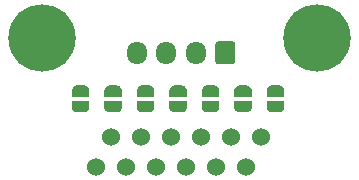
<source format=gbs>
G04 #@! TF.GenerationSoftware,KiCad,Pcbnew,5.1.9+dfsg1-1*
G04 #@! TF.CreationDate,2023-03-08T16:00:21+09:00*
G04 #@! TF.ProjectId,audio-io-breakout-pajeromini,61756469-6f2d-4696-9f2d-627265616b6f,rev?*
G04 #@! TF.SameCoordinates,Original*
G04 #@! TF.FileFunction,Soldermask,Bot*
G04 #@! TF.FilePolarity,Negative*
%FSLAX46Y46*%
G04 Gerber Fmt 4.6, Leading zero omitted, Abs format (unit mm)*
G04 Created by KiCad (PCBNEW 5.1.9+dfsg1-1) date 2023-03-08 16:00:21*
%MOMM*%
%LPD*%
G01*
G04 APERTURE LIST*
%ADD10C,5.700000*%
%ADD11C,1.524000*%
%ADD12C,0.100000*%
%ADD13O,1.700000X1.950000*%
G04 APERTURE END LIST*
D10*
X88750000Y-77500000D03*
X112000000Y-77500000D03*
D11*
X107315000Y-85852000D03*
X104775000Y-85852000D03*
X102235000Y-85852000D03*
X99695000Y-85852000D03*
X97155000Y-85852000D03*
X94615000Y-85852000D03*
X106045000Y-88392000D03*
X103505000Y-88392000D03*
X100965000Y-88392000D03*
X98425000Y-88392000D03*
X95885000Y-88392000D03*
X93345000Y-88392000D03*
D12*
G36*
X102250000Y-82500000D02*
G01*
X102250000Y-82000000D01*
X102250602Y-82000000D01*
X102250602Y-81975466D01*
X102255412Y-81926635D01*
X102264984Y-81878510D01*
X102279228Y-81831555D01*
X102298005Y-81786222D01*
X102321136Y-81742949D01*
X102348396Y-81702150D01*
X102379524Y-81664221D01*
X102414221Y-81629524D01*
X102452150Y-81598396D01*
X102492949Y-81571136D01*
X102536222Y-81548005D01*
X102581555Y-81529228D01*
X102628510Y-81514984D01*
X102676635Y-81505412D01*
X102725466Y-81500602D01*
X102750000Y-81500602D01*
X102750000Y-81500000D01*
X103250000Y-81500000D01*
X103250000Y-81500602D01*
X103274534Y-81500602D01*
X103323365Y-81505412D01*
X103371490Y-81514984D01*
X103418445Y-81529228D01*
X103463778Y-81548005D01*
X103507051Y-81571136D01*
X103547850Y-81598396D01*
X103585779Y-81629524D01*
X103620476Y-81664221D01*
X103651604Y-81702150D01*
X103678864Y-81742949D01*
X103701995Y-81786222D01*
X103720772Y-81831555D01*
X103735016Y-81878510D01*
X103744588Y-81926635D01*
X103749398Y-81975466D01*
X103749398Y-82000000D01*
X103750000Y-82000000D01*
X103750000Y-82500000D01*
X102250000Y-82500000D01*
G37*
G36*
X103749398Y-83300000D02*
G01*
X103749398Y-83324534D01*
X103744588Y-83373365D01*
X103735016Y-83421490D01*
X103720772Y-83468445D01*
X103701995Y-83513778D01*
X103678864Y-83557051D01*
X103651604Y-83597850D01*
X103620476Y-83635779D01*
X103585779Y-83670476D01*
X103547850Y-83701604D01*
X103507051Y-83728864D01*
X103463778Y-83751995D01*
X103418445Y-83770772D01*
X103371490Y-83785016D01*
X103323365Y-83794588D01*
X103274534Y-83799398D01*
X103250000Y-83799398D01*
X103250000Y-83800000D01*
X102750000Y-83800000D01*
X102750000Y-83799398D01*
X102725466Y-83799398D01*
X102676635Y-83794588D01*
X102628510Y-83785016D01*
X102581555Y-83770772D01*
X102536222Y-83751995D01*
X102492949Y-83728864D01*
X102452150Y-83701604D01*
X102414221Y-83670476D01*
X102379524Y-83635779D01*
X102348396Y-83597850D01*
X102321136Y-83557051D01*
X102298005Y-83513778D01*
X102279228Y-83468445D01*
X102264984Y-83421490D01*
X102255412Y-83373365D01*
X102250602Y-83324534D01*
X102250602Y-83300000D01*
X102250000Y-83300000D01*
X102250000Y-82800000D01*
X103750000Y-82800000D01*
X103750000Y-83300000D01*
X103749398Y-83300000D01*
G37*
G36*
X100999398Y-83300000D02*
G01*
X100999398Y-83324534D01*
X100994588Y-83373365D01*
X100985016Y-83421490D01*
X100970772Y-83468445D01*
X100951995Y-83513778D01*
X100928864Y-83557051D01*
X100901604Y-83597850D01*
X100870476Y-83635779D01*
X100835779Y-83670476D01*
X100797850Y-83701604D01*
X100757051Y-83728864D01*
X100713778Y-83751995D01*
X100668445Y-83770772D01*
X100621490Y-83785016D01*
X100573365Y-83794588D01*
X100524534Y-83799398D01*
X100500000Y-83799398D01*
X100500000Y-83800000D01*
X100000000Y-83800000D01*
X100000000Y-83799398D01*
X99975466Y-83799398D01*
X99926635Y-83794588D01*
X99878510Y-83785016D01*
X99831555Y-83770772D01*
X99786222Y-83751995D01*
X99742949Y-83728864D01*
X99702150Y-83701604D01*
X99664221Y-83670476D01*
X99629524Y-83635779D01*
X99598396Y-83597850D01*
X99571136Y-83557051D01*
X99548005Y-83513778D01*
X99529228Y-83468445D01*
X99514984Y-83421490D01*
X99505412Y-83373365D01*
X99500602Y-83324534D01*
X99500602Y-83300000D01*
X99500000Y-83300000D01*
X99500000Y-82800000D01*
X101000000Y-82800000D01*
X101000000Y-83300000D01*
X100999398Y-83300000D01*
G37*
G36*
X99500000Y-82500000D02*
G01*
X99500000Y-82000000D01*
X99500602Y-82000000D01*
X99500602Y-81975466D01*
X99505412Y-81926635D01*
X99514984Y-81878510D01*
X99529228Y-81831555D01*
X99548005Y-81786222D01*
X99571136Y-81742949D01*
X99598396Y-81702150D01*
X99629524Y-81664221D01*
X99664221Y-81629524D01*
X99702150Y-81598396D01*
X99742949Y-81571136D01*
X99786222Y-81548005D01*
X99831555Y-81529228D01*
X99878510Y-81514984D01*
X99926635Y-81505412D01*
X99975466Y-81500602D01*
X100000000Y-81500602D01*
X100000000Y-81500000D01*
X100500000Y-81500000D01*
X100500000Y-81500602D01*
X100524534Y-81500602D01*
X100573365Y-81505412D01*
X100621490Y-81514984D01*
X100668445Y-81529228D01*
X100713778Y-81548005D01*
X100757051Y-81571136D01*
X100797850Y-81598396D01*
X100835779Y-81629524D01*
X100870476Y-81664221D01*
X100901604Y-81702150D01*
X100928864Y-81742949D01*
X100951995Y-81786222D01*
X100970772Y-81831555D01*
X100985016Y-81878510D01*
X100994588Y-81926635D01*
X100999398Y-81975466D01*
X100999398Y-82000000D01*
X101000000Y-82000000D01*
X101000000Y-82500000D01*
X99500000Y-82500000D01*
G37*
G36*
X91250000Y-82500000D02*
G01*
X91250000Y-82000000D01*
X91250602Y-82000000D01*
X91250602Y-81975466D01*
X91255412Y-81926635D01*
X91264984Y-81878510D01*
X91279228Y-81831555D01*
X91298005Y-81786222D01*
X91321136Y-81742949D01*
X91348396Y-81702150D01*
X91379524Y-81664221D01*
X91414221Y-81629524D01*
X91452150Y-81598396D01*
X91492949Y-81571136D01*
X91536222Y-81548005D01*
X91581555Y-81529228D01*
X91628510Y-81514984D01*
X91676635Y-81505412D01*
X91725466Y-81500602D01*
X91750000Y-81500602D01*
X91750000Y-81500000D01*
X92250000Y-81500000D01*
X92250000Y-81500602D01*
X92274534Y-81500602D01*
X92323365Y-81505412D01*
X92371490Y-81514984D01*
X92418445Y-81529228D01*
X92463778Y-81548005D01*
X92507051Y-81571136D01*
X92547850Y-81598396D01*
X92585779Y-81629524D01*
X92620476Y-81664221D01*
X92651604Y-81702150D01*
X92678864Y-81742949D01*
X92701995Y-81786222D01*
X92720772Y-81831555D01*
X92735016Y-81878510D01*
X92744588Y-81926635D01*
X92749398Y-81975466D01*
X92749398Y-82000000D01*
X92750000Y-82000000D01*
X92750000Y-82500000D01*
X91250000Y-82500000D01*
G37*
G36*
X92749398Y-83300000D02*
G01*
X92749398Y-83324534D01*
X92744588Y-83373365D01*
X92735016Y-83421490D01*
X92720772Y-83468445D01*
X92701995Y-83513778D01*
X92678864Y-83557051D01*
X92651604Y-83597850D01*
X92620476Y-83635779D01*
X92585779Y-83670476D01*
X92547850Y-83701604D01*
X92507051Y-83728864D01*
X92463778Y-83751995D01*
X92418445Y-83770772D01*
X92371490Y-83785016D01*
X92323365Y-83794588D01*
X92274534Y-83799398D01*
X92250000Y-83799398D01*
X92250000Y-83800000D01*
X91750000Y-83800000D01*
X91750000Y-83799398D01*
X91725466Y-83799398D01*
X91676635Y-83794588D01*
X91628510Y-83785016D01*
X91581555Y-83770772D01*
X91536222Y-83751995D01*
X91492949Y-83728864D01*
X91452150Y-83701604D01*
X91414221Y-83670476D01*
X91379524Y-83635779D01*
X91348396Y-83597850D01*
X91321136Y-83557051D01*
X91298005Y-83513778D01*
X91279228Y-83468445D01*
X91264984Y-83421490D01*
X91255412Y-83373365D01*
X91250602Y-83324534D01*
X91250602Y-83300000D01*
X91250000Y-83300000D01*
X91250000Y-82800000D01*
X92750000Y-82800000D01*
X92750000Y-83300000D01*
X92749398Y-83300000D01*
G37*
G36*
X98249398Y-83300000D02*
G01*
X98249398Y-83324534D01*
X98244588Y-83373365D01*
X98235016Y-83421490D01*
X98220772Y-83468445D01*
X98201995Y-83513778D01*
X98178864Y-83557051D01*
X98151604Y-83597850D01*
X98120476Y-83635779D01*
X98085779Y-83670476D01*
X98047850Y-83701604D01*
X98007051Y-83728864D01*
X97963778Y-83751995D01*
X97918445Y-83770772D01*
X97871490Y-83785016D01*
X97823365Y-83794588D01*
X97774534Y-83799398D01*
X97750000Y-83799398D01*
X97750000Y-83800000D01*
X97250000Y-83800000D01*
X97250000Y-83799398D01*
X97225466Y-83799398D01*
X97176635Y-83794588D01*
X97128510Y-83785016D01*
X97081555Y-83770772D01*
X97036222Y-83751995D01*
X96992949Y-83728864D01*
X96952150Y-83701604D01*
X96914221Y-83670476D01*
X96879524Y-83635779D01*
X96848396Y-83597850D01*
X96821136Y-83557051D01*
X96798005Y-83513778D01*
X96779228Y-83468445D01*
X96764984Y-83421490D01*
X96755412Y-83373365D01*
X96750602Y-83324534D01*
X96750602Y-83300000D01*
X96750000Y-83300000D01*
X96750000Y-82800000D01*
X98250000Y-82800000D01*
X98250000Y-83300000D01*
X98249398Y-83300000D01*
G37*
G36*
X96750000Y-82500000D02*
G01*
X96750000Y-82000000D01*
X96750602Y-82000000D01*
X96750602Y-81975466D01*
X96755412Y-81926635D01*
X96764984Y-81878510D01*
X96779228Y-81831555D01*
X96798005Y-81786222D01*
X96821136Y-81742949D01*
X96848396Y-81702150D01*
X96879524Y-81664221D01*
X96914221Y-81629524D01*
X96952150Y-81598396D01*
X96992949Y-81571136D01*
X97036222Y-81548005D01*
X97081555Y-81529228D01*
X97128510Y-81514984D01*
X97176635Y-81505412D01*
X97225466Y-81500602D01*
X97250000Y-81500602D01*
X97250000Y-81500000D01*
X97750000Y-81500000D01*
X97750000Y-81500602D01*
X97774534Y-81500602D01*
X97823365Y-81505412D01*
X97871490Y-81514984D01*
X97918445Y-81529228D01*
X97963778Y-81548005D01*
X98007051Y-81571136D01*
X98047850Y-81598396D01*
X98085779Y-81629524D01*
X98120476Y-81664221D01*
X98151604Y-81702150D01*
X98178864Y-81742949D01*
X98201995Y-81786222D01*
X98220772Y-81831555D01*
X98235016Y-81878510D01*
X98244588Y-81926635D01*
X98249398Y-81975466D01*
X98249398Y-82000000D01*
X98250000Y-82000000D01*
X98250000Y-82500000D01*
X96750000Y-82500000D01*
G37*
G36*
X95500000Y-82800000D02*
G01*
X95500000Y-83300000D01*
X95499398Y-83300000D01*
X95499398Y-83324534D01*
X95494588Y-83373365D01*
X95485016Y-83421490D01*
X95470772Y-83468445D01*
X95451995Y-83513778D01*
X95428864Y-83557051D01*
X95401604Y-83597850D01*
X95370476Y-83635779D01*
X95335779Y-83670476D01*
X95297850Y-83701604D01*
X95257051Y-83728864D01*
X95213778Y-83751995D01*
X95168445Y-83770772D01*
X95121490Y-83785016D01*
X95073365Y-83794588D01*
X95024534Y-83799398D01*
X95000000Y-83799398D01*
X95000000Y-83800000D01*
X94500000Y-83800000D01*
X94500000Y-83799398D01*
X94475466Y-83799398D01*
X94426635Y-83794588D01*
X94378510Y-83785016D01*
X94331555Y-83770772D01*
X94286222Y-83751995D01*
X94242949Y-83728864D01*
X94202150Y-83701604D01*
X94164221Y-83670476D01*
X94129524Y-83635779D01*
X94098396Y-83597850D01*
X94071136Y-83557051D01*
X94048005Y-83513778D01*
X94029228Y-83468445D01*
X94014984Y-83421490D01*
X94005412Y-83373365D01*
X94000602Y-83324534D01*
X94000602Y-83300000D01*
X94000000Y-83300000D01*
X94000000Y-82800000D01*
X95500000Y-82800000D01*
G37*
G36*
X94000602Y-82000000D02*
G01*
X94000602Y-81975466D01*
X94005412Y-81926635D01*
X94014984Y-81878510D01*
X94029228Y-81831555D01*
X94048005Y-81786222D01*
X94071136Y-81742949D01*
X94098396Y-81702150D01*
X94129524Y-81664221D01*
X94164221Y-81629524D01*
X94202150Y-81598396D01*
X94242949Y-81571136D01*
X94286222Y-81548005D01*
X94331555Y-81529228D01*
X94378510Y-81514984D01*
X94426635Y-81505412D01*
X94475466Y-81500602D01*
X94500000Y-81500602D01*
X94500000Y-81500000D01*
X95000000Y-81500000D01*
X95000000Y-81500602D01*
X95024534Y-81500602D01*
X95073365Y-81505412D01*
X95121490Y-81514984D01*
X95168445Y-81529228D01*
X95213778Y-81548005D01*
X95257051Y-81571136D01*
X95297850Y-81598396D01*
X95335779Y-81629524D01*
X95370476Y-81664221D01*
X95401604Y-81702150D01*
X95428864Y-81742949D01*
X95451995Y-81786222D01*
X95470772Y-81831555D01*
X95485016Y-81878510D01*
X95494588Y-81926635D01*
X95499398Y-81975466D01*
X95499398Y-82000000D01*
X95500000Y-82000000D01*
X95500000Y-82500000D01*
X94000000Y-82500000D01*
X94000000Y-82000000D01*
X94000602Y-82000000D01*
G37*
G36*
X106500000Y-82800000D02*
G01*
X106500000Y-83300000D01*
X106499398Y-83300000D01*
X106499398Y-83324534D01*
X106494588Y-83373365D01*
X106485016Y-83421490D01*
X106470772Y-83468445D01*
X106451995Y-83513778D01*
X106428864Y-83557051D01*
X106401604Y-83597850D01*
X106370476Y-83635779D01*
X106335779Y-83670476D01*
X106297850Y-83701604D01*
X106257051Y-83728864D01*
X106213778Y-83751995D01*
X106168445Y-83770772D01*
X106121490Y-83785016D01*
X106073365Y-83794588D01*
X106024534Y-83799398D01*
X106000000Y-83799398D01*
X106000000Y-83800000D01*
X105500000Y-83800000D01*
X105500000Y-83799398D01*
X105475466Y-83799398D01*
X105426635Y-83794588D01*
X105378510Y-83785016D01*
X105331555Y-83770772D01*
X105286222Y-83751995D01*
X105242949Y-83728864D01*
X105202150Y-83701604D01*
X105164221Y-83670476D01*
X105129524Y-83635779D01*
X105098396Y-83597850D01*
X105071136Y-83557051D01*
X105048005Y-83513778D01*
X105029228Y-83468445D01*
X105014984Y-83421490D01*
X105005412Y-83373365D01*
X105000602Y-83324534D01*
X105000602Y-83300000D01*
X105000000Y-83300000D01*
X105000000Y-82800000D01*
X106500000Y-82800000D01*
G37*
G36*
X105000602Y-82000000D02*
G01*
X105000602Y-81975466D01*
X105005412Y-81926635D01*
X105014984Y-81878510D01*
X105029228Y-81831555D01*
X105048005Y-81786222D01*
X105071136Y-81742949D01*
X105098396Y-81702150D01*
X105129524Y-81664221D01*
X105164221Y-81629524D01*
X105202150Y-81598396D01*
X105242949Y-81571136D01*
X105286222Y-81548005D01*
X105331555Y-81529228D01*
X105378510Y-81514984D01*
X105426635Y-81505412D01*
X105475466Y-81500602D01*
X105500000Y-81500602D01*
X105500000Y-81500000D01*
X106000000Y-81500000D01*
X106000000Y-81500602D01*
X106024534Y-81500602D01*
X106073365Y-81505412D01*
X106121490Y-81514984D01*
X106168445Y-81529228D01*
X106213778Y-81548005D01*
X106257051Y-81571136D01*
X106297850Y-81598396D01*
X106335779Y-81629524D01*
X106370476Y-81664221D01*
X106401604Y-81702150D01*
X106428864Y-81742949D01*
X106451995Y-81786222D01*
X106470772Y-81831555D01*
X106485016Y-81878510D01*
X106494588Y-81926635D01*
X106499398Y-81975466D01*
X106499398Y-82000000D01*
X106500000Y-82000000D01*
X106500000Y-82500000D01*
X105000000Y-82500000D01*
X105000000Y-82000000D01*
X105000602Y-82000000D01*
G37*
G36*
G01*
X105100000Y-78025000D02*
X105100000Y-79475000D01*
G75*
G02*
X104850000Y-79725000I-250000J0D01*
G01*
X103650000Y-79725000D01*
G75*
G02*
X103400000Y-79475000I0J250000D01*
G01*
X103400000Y-78025000D01*
G75*
G02*
X103650000Y-77775000I250000J0D01*
G01*
X104850000Y-77775000D01*
G75*
G02*
X105100000Y-78025000I0J-250000D01*
G01*
G37*
D13*
X101750000Y-78750000D03*
X99250000Y-78750000D03*
X96750000Y-78750000D03*
D12*
G36*
X109250000Y-82800000D02*
G01*
X109250000Y-83300000D01*
X109249398Y-83300000D01*
X109249398Y-83324534D01*
X109244588Y-83373365D01*
X109235016Y-83421490D01*
X109220772Y-83468445D01*
X109201995Y-83513778D01*
X109178864Y-83557051D01*
X109151604Y-83597850D01*
X109120476Y-83635779D01*
X109085779Y-83670476D01*
X109047850Y-83701604D01*
X109007051Y-83728864D01*
X108963778Y-83751995D01*
X108918445Y-83770772D01*
X108871490Y-83785016D01*
X108823365Y-83794588D01*
X108774534Y-83799398D01*
X108750000Y-83799398D01*
X108750000Y-83800000D01*
X108250000Y-83800000D01*
X108250000Y-83799398D01*
X108225466Y-83799398D01*
X108176635Y-83794588D01*
X108128510Y-83785016D01*
X108081555Y-83770772D01*
X108036222Y-83751995D01*
X107992949Y-83728864D01*
X107952150Y-83701604D01*
X107914221Y-83670476D01*
X107879524Y-83635779D01*
X107848396Y-83597850D01*
X107821136Y-83557051D01*
X107798005Y-83513778D01*
X107779228Y-83468445D01*
X107764984Y-83421490D01*
X107755412Y-83373365D01*
X107750602Y-83324534D01*
X107750602Y-83300000D01*
X107750000Y-83300000D01*
X107750000Y-82800000D01*
X109250000Y-82800000D01*
G37*
G36*
X107750602Y-82000000D02*
G01*
X107750602Y-81975466D01*
X107755412Y-81926635D01*
X107764984Y-81878510D01*
X107779228Y-81831555D01*
X107798005Y-81786222D01*
X107821136Y-81742949D01*
X107848396Y-81702150D01*
X107879524Y-81664221D01*
X107914221Y-81629524D01*
X107952150Y-81598396D01*
X107992949Y-81571136D01*
X108036222Y-81548005D01*
X108081555Y-81529228D01*
X108128510Y-81514984D01*
X108176635Y-81505412D01*
X108225466Y-81500602D01*
X108250000Y-81500602D01*
X108250000Y-81500000D01*
X108750000Y-81500000D01*
X108750000Y-81500602D01*
X108774534Y-81500602D01*
X108823365Y-81505412D01*
X108871490Y-81514984D01*
X108918445Y-81529228D01*
X108963778Y-81548005D01*
X109007051Y-81571136D01*
X109047850Y-81598396D01*
X109085779Y-81629524D01*
X109120476Y-81664221D01*
X109151604Y-81702150D01*
X109178864Y-81742949D01*
X109201995Y-81786222D01*
X109220772Y-81831555D01*
X109235016Y-81878510D01*
X109244588Y-81926635D01*
X109249398Y-81975466D01*
X109249398Y-82000000D01*
X109250000Y-82000000D01*
X109250000Y-82500000D01*
X107750000Y-82500000D01*
X107750000Y-82000000D01*
X107750602Y-82000000D01*
G37*
M02*

</source>
